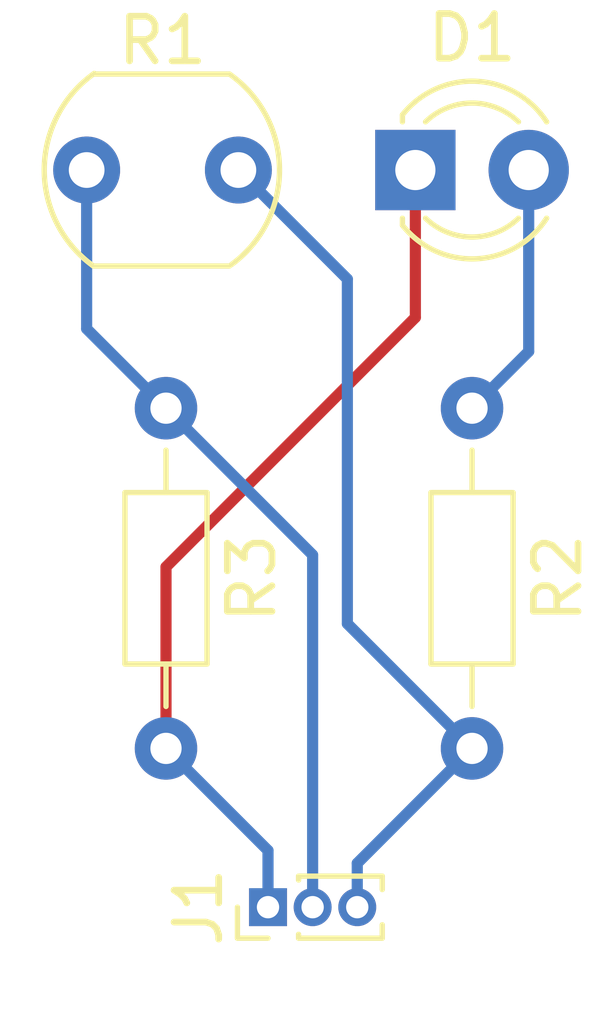
<source format=kicad_pcb>
(kicad_pcb (version 20171130) (host pcbnew "(5.1.10)-1")

  (general
    (thickness 1.6)
    (drawings 0)
    (tracks 20)
    (zones 0)
    (modules 5)
    (nets 5)
  )

  (page A4)
  (layers
    (0 F.Cu signal)
    (31 B.Cu signal)
    (32 B.Adhes user)
    (33 F.Adhes user)
    (34 B.Paste user)
    (35 F.Paste user)
    (36 B.SilkS user)
    (37 F.SilkS user)
    (38 B.Mask user)
    (39 F.Mask user)
    (40 Dwgs.User user)
    (41 Cmts.User user)
    (42 Eco1.User user)
    (43 Eco2.User user)
    (44 Edge.Cuts user)
    (45 Margin user)
    (46 B.CrtYd user)
    (47 F.CrtYd user)
    (48 B.Fab user)
    (49 F.Fab user)
  )

  (setup
    (last_trace_width 0.25)
    (trace_clearance 0.2)
    (zone_clearance 0.508)
    (zone_45_only no)
    (trace_min 0.2)
    (via_size 0.8)
    (via_drill 0.4)
    (via_min_size 0.4)
    (via_min_drill 0.3)
    (uvia_size 0.3)
    (uvia_drill 0.1)
    (uvias_allowed no)
    (uvia_min_size 0.2)
    (uvia_min_drill 0.1)
    (edge_width 0.05)
    (segment_width 0.2)
    (pcb_text_width 0.3)
    (pcb_text_size 1.5 1.5)
    (mod_edge_width 0.12)
    (mod_text_size 1 1)
    (mod_text_width 0.15)
    (pad_size 1.524 1.524)
    (pad_drill 0.762)
    (pad_to_mask_clearance 0)
    (aux_axis_origin 0 0)
    (visible_elements 7FFFFFFF)
    (pcbplotparams
      (layerselection 0x010fc_ffffffff)
      (usegerberextensions false)
      (usegerberattributes true)
      (usegerberadvancedattributes true)
      (creategerberjobfile true)
      (excludeedgelayer true)
      (linewidth 0.100000)
      (plotframeref false)
      (viasonmask false)
      (mode 1)
      (useauxorigin false)
      (hpglpennumber 1)
      (hpglpenspeed 20)
      (hpglpendiameter 15.000000)
      (psnegative false)
      (psa4output false)
      (plotreference true)
      (plotvalue true)
      (plotinvisibletext false)
      (padsonsilk false)
      (subtractmaskfromsilk false)
      (outputformat 1)
      (mirror false)
      (drillshape 1)
      (scaleselection 1)
      (outputdirectory ""))
  )

  (net 0 "")
  (net 1 "Net-(J1-Pad2)")
  (net 2 "Net-(J1-Pad3)")
  (net 3 "Net-(D1-Pad1)")
  (net 4 "Net-(D1-Pad2)")

  (net_class Default "This is the default net class."
    (clearance 0.2)
    (trace_width 0.25)
    (via_dia 0.8)
    (via_drill 0.4)
    (uvia_dia 0.3)
    (uvia_drill 0.1)
    (add_net "Net-(D1-Pad1)")
    (add_net "Net-(D1-Pad2)")
    (add_net "Net-(J1-Pad2)")
    (add_net "Net-(J1-Pad3)")
  )

  (module LED_THT:LED_D3.0mm_FlatTop (layer F.Cu) (tedit 5880A862) (tstamp 60B4B7EC)
    (at 137.922 55.372)
    (descr "LED, Round, FlatTop, diameter 3.0mm, 2 pins, http://www.kingbright.com/attachments/file/psearch/000/00/00/L-47XEC(Ver.9A).pdf")
    (tags "LED Round FlatTop diameter 3.0mm 2 pins")
    (path /60B4B360)
    (fp_text reference D1 (at 1.27 -2.96) (layer F.SilkS)
      (effects (font (size 1 1) (thickness 0.15)))
    )
    (fp_text value LED (at 1.27 2.96) (layer F.Fab)
      (effects (font (size 1 1) (thickness 0.15)))
    )
    (fp_circle (center 1.27 0) (end 2.77 0) (layer F.Fab) (width 0.1))
    (fp_line (start -0.23 -1.16619) (end -0.23 1.16619) (layer F.Fab) (width 0.1))
    (fp_line (start -0.29 -1.236) (end -0.29 -1.08) (layer F.SilkS) (width 0.12))
    (fp_line (start -0.29 1.08) (end -0.29 1.236) (layer F.SilkS) (width 0.12))
    (fp_line (start -1.15 -2.25) (end -1.15 2.25) (layer F.CrtYd) (width 0.05))
    (fp_line (start -1.15 2.25) (end 3.7 2.25) (layer F.CrtYd) (width 0.05))
    (fp_line (start 3.7 2.25) (end 3.7 -2.25) (layer F.CrtYd) (width 0.05))
    (fp_line (start 3.7 -2.25) (end -1.15 -2.25) (layer F.CrtYd) (width 0.05))
    (fp_arc (start 1.27 0) (end -0.23 -1.16619) (angle 284.3) (layer F.Fab) (width 0.1))
    (fp_arc (start 1.27 0) (end -0.29 -1.235516) (angle 108.8) (layer F.SilkS) (width 0.12))
    (fp_arc (start 1.27 0) (end -0.29 1.235516) (angle -108.8) (layer F.SilkS) (width 0.12))
    (fp_arc (start 1.27 0) (end 0.229039 -1.08) (angle 87.9) (layer F.SilkS) (width 0.12))
    (fp_arc (start 1.27 0) (end 0.229039 1.08) (angle -87.9) (layer F.SilkS) (width 0.12))
    (pad 1 thru_hole rect (at 0 0) (size 1.8 1.8) (drill 0.9) (layers *.Cu *.Mask)
      (net 3 "Net-(D1-Pad1)"))
    (pad 2 thru_hole circle (at 2.54 0) (size 1.8 1.8) (drill 0.9) (layers *.Cu *.Mask)
      (net 4 "Net-(D1-Pad2)"))
    (model ${KISYS3DMOD}/LED_THT.3dshapes/LED_D3.0mm_FlatTop.wrl
      (at (xyz 0 0 0))
      (scale (xyz 1 1 1))
      (rotate (xyz 0 0 0))
    )
  )

  (module OptoDevice:R_LDR_5.1x4.3mm_P3.4mm_Vertical (layer F.Cu) (tedit 5B8603DB) (tstamp 60B4AFE3)
    (at 130.556 55.372)
    (descr "Resistor, LDR 5.1x3.4mm, see http://yourduino.com/docs/Photoresistor-5516-datasheet.pdf")
    (tags "Resistor LDR5.1x3.4mm")
    (path /60B4C7F0)
    (fp_text reference R1 (at 1.7 -2.9) (layer F.SilkS)
      (effects (font (size 1 1) (thickness 0.15)))
    )
    (fp_text value LDR07 (at 1.5 3) (layer F.Fab)
      (effects (font (size 1 1) (thickness 0.15)))
    )
    (fp_line (start 0.15 2.15) (end 3.2 2.15) (layer F.SilkS) (width 0.12))
    (fp_line (start 0.15 -2.15) (end 3.2 -2.15) (layer F.SilkS) (width 0.12))
    (fp_line (start 1 0) (end 2.3 0) (layer F.Fab) (width 0.1))
    (fp_line (start 2.3 0) (end 2.3 -0.6) (layer F.Fab) (width 0.1))
    (fp_line (start 2.3 -0.6) (end 0.8 -0.6) (layer F.Fab) (width 0.1))
    (fp_line (start 2.6 0.6) (end 1 0.6) (layer F.Fab) (width 0.1))
    (fp_line (start 0.8 -1.8) (end 2.6 -1.8) (layer F.Fab) (width 0.1))
    (fp_line (start 2.6 -1.8) (end 2.6 -1.2) (layer F.Fab) (width 0.1))
    (fp_line (start 2.6 -1.2) (end 0.8 -1.2) (layer F.Fab) (width 0.1))
    (fp_line (start 0.8 -1.2) (end 0.8 -0.6) (layer F.Fab) (width 0.1))
    (fp_line (start 1 0) (end 1 0.6) (layer F.Fab) (width 0.1))
    (fp_line (start 2.6 0.6) (end 2.6 1.2) (layer F.Fab) (width 0.1))
    (fp_line (start 2.6 1.2) (end 0.8 1.2) (layer F.Fab) (width 0.1))
    (fp_line (start 0.8 1.2) (end 0.8 1.8) (layer F.Fab) (width 0.1))
    (fp_line (start 0.8 1.8) (end 2.6 1.8) (layer F.Fab) (width 0.1))
    (fp_line (start 3.2 2.1) (end 0.2 2.1) (layer F.Fab) (width 0.1))
    (fp_line (start 0.2 -2.1) (end 3.2 -2.1) (layer F.Fab) (width 0.1))
    (fp_line (start -1.13 -2.35) (end 4.53 -2.35) (layer F.CrtYd) (width 0.05))
    (fp_line (start -1.13 -2.35) (end -1.13 2.35) (layer F.CrtYd) (width 0.05))
    (fp_line (start 4.53 2.35) (end 4.53 -2.35) (layer F.CrtYd) (width 0.05))
    (fp_line (start 4.53 2.35) (end -1.13 2.35) (layer F.CrtYd) (width 0.05))
    (fp_text user %R (at 1.7 -2.9) (layer F.Fab)
      (effects (font (size 1 1) (thickness 0.15)))
    )
    (fp_arc (start 1.7 0) (end 0.15 2.15) (angle 109) (layer F.SilkS) (width 0.12))
    (fp_arc (start 1.7 0) (end 3.2 -2.15) (angle 109) (layer F.SilkS) (width 0.12))
    (fp_arc (start 1.7 0) (end 3.2 -2.1) (angle 109) (layer F.Fab) (width 0.1))
    (fp_arc (start 1.7 0) (end 0.2 2.1) (angle 109) (layer F.Fab) (width 0.1))
    (pad 1 thru_hole circle (at 0 0) (size 1.5 1.5) (drill 0.8) (layers *.Cu *.Mask)
      (net 1 "Net-(J1-Pad2)"))
    (pad 2 thru_hole circle (at 3.4 0) (size 1.5 1.5) (drill 0.8) (layers *.Cu *.Mask)
      (net 2 "Net-(J1-Pad3)"))
    (model ${KISYS3DMOD}/OptoDevice.3dshapes/R_LDR_5.1x4.3mm_P3.4mm_Vertical.wrl
      (at (xyz 0 0 0))
      (scale (xyz 1 1 1))
      (rotate (xyz 0 0 0))
    )
  )

  (module Connector_PinHeader_1.00mm:PinHeader_1x03_P1.00mm_Vertical (layer F.Cu) (tedit 59FED738) (tstamp 60B4B805)
    (at 134.62 71.882 90)
    (descr "Through hole straight pin header, 1x03, 1.00mm pitch, single row")
    (tags "Through hole pin header THT 1x03 1.00mm single row")
    (path /60B4D151)
    (fp_text reference J1 (at 0 -1.56 90) (layer F.SilkS)
      (effects (font (size 1 1) (thickness 0.15)))
    )
    (fp_text value Conn_01x03_Male (at -1.778 0.762 180) (layer F.Fab)
      (effects (font (size 1 1) (thickness 0.15)))
    )
    (fp_line (start -0.3175 -0.5) (end 0.635 -0.5) (layer F.Fab) (width 0.1))
    (fp_line (start 0.635 -0.5) (end 0.635 2.5) (layer F.Fab) (width 0.1))
    (fp_line (start 0.635 2.5) (end -0.635 2.5) (layer F.Fab) (width 0.1))
    (fp_line (start -0.635 2.5) (end -0.635 -0.1825) (layer F.Fab) (width 0.1))
    (fp_line (start -0.635 -0.1825) (end -0.3175 -0.5) (layer F.Fab) (width 0.1))
    (fp_line (start -0.695 2.56) (end -0.394493 2.56) (layer F.SilkS) (width 0.12))
    (fp_line (start 0.394493 2.56) (end 0.695 2.56) (layer F.SilkS) (width 0.12))
    (fp_line (start -0.695 0.685) (end -0.695 2.56) (layer F.SilkS) (width 0.12))
    (fp_line (start 0.695 0.685) (end 0.695 2.56) (layer F.SilkS) (width 0.12))
    (fp_line (start -0.695 0.685) (end -0.608276 0.685) (layer F.SilkS) (width 0.12))
    (fp_line (start 0.608276 0.685) (end 0.695 0.685) (layer F.SilkS) (width 0.12))
    (fp_line (start -0.695 0) (end -0.695 -0.685) (layer F.SilkS) (width 0.12))
    (fp_line (start -0.695 -0.685) (end 0 -0.685) (layer F.SilkS) (width 0.12))
    (fp_line (start -1.15 -1) (end -1.15 3) (layer F.CrtYd) (width 0.05))
    (fp_line (start -1.15 3) (end 1.15 3) (layer F.CrtYd) (width 0.05))
    (fp_line (start 1.15 3) (end 1.15 -1) (layer F.CrtYd) (width 0.05))
    (fp_line (start 1.15 -1) (end -1.15 -1) (layer F.CrtYd) (width 0.05))
    (fp_text user %R (at 0 1) (layer F.Fab)
      (effects (font (size 0.76 0.76) (thickness 0.114)))
    )
    (pad 1 thru_hole rect (at 0 0 90) (size 0.85 0.85) (drill 0.5) (layers *.Cu *.Mask)
      (net 3 "Net-(D1-Pad1)"))
    (pad 2 thru_hole oval (at 0 1 90) (size 0.85 0.85) (drill 0.5) (layers *.Cu *.Mask)
      (net 1 "Net-(J1-Pad2)"))
    (pad 3 thru_hole oval (at 0 2 90) (size 0.85 0.85) (drill 0.5) (layers *.Cu *.Mask)
      (net 2 "Net-(J1-Pad3)"))
    (model ${KISYS3DMOD}/Connector_PinHeader_1.00mm.3dshapes/PinHeader_1x03_P1.00mm_Vertical.wrl
      (at (xyz 0 0 0))
      (scale (xyz 1 1 1))
      (rotate (xyz 0 0 0))
    )
  )

  (module Resistor_THT:R_Axial_DIN0204_L3.6mm_D1.6mm_P7.62mm_Horizontal (layer F.Cu) (tedit 5AE5139B) (tstamp 60B4B81C)
    (at 139.192 60.706 270)
    (descr "Resistor, Axial_DIN0204 series, Axial, Horizontal, pin pitch=7.62mm, 0.167W, length*diameter=3.6*1.6mm^2, http://cdn-reichelt.de/documents/datenblatt/B400/1_4W%23YAG.pdf")
    (tags "Resistor Axial_DIN0204 series Axial Horizontal pin pitch 7.62mm 0.167W length 3.6mm diameter 1.6mm")
    (path /60B4B9A6)
    (fp_text reference R2 (at 3.81 -1.92 90) (layer F.SilkS)
      (effects (font (size 1 1) (thickness 0.15)))
    )
    (fp_text value 1K (at 3.81 1.92 90) (layer F.Fab)
      (effects (font (size 1 1) (thickness 0.15)))
    )
    (fp_line (start 2.01 -0.8) (end 2.01 0.8) (layer F.Fab) (width 0.1))
    (fp_line (start 2.01 0.8) (end 5.61 0.8) (layer F.Fab) (width 0.1))
    (fp_line (start 5.61 0.8) (end 5.61 -0.8) (layer F.Fab) (width 0.1))
    (fp_line (start 5.61 -0.8) (end 2.01 -0.8) (layer F.Fab) (width 0.1))
    (fp_line (start 0 0) (end 2.01 0) (layer F.Fab) (width 0.1))
    (fp_line (start 7.62 0) (end 5.61 0) (layer F.Fab) (width 0.1))
    (fp_line (start 1.89 -0.92) (end 1.89 0.92) (layer F.SilkS) (width 0.12))
    (fp_line (start 1.89 0.92) (end 5.73 0.92) (layer F.SilkS) (width 0.12))
    (fp_line (start 5.73 0.92) (end 5.73 -0.92) (layer F.SilkS) (width 0.12))
    (fp_line (start 5.73 -0.92) (end 1.89 -0.92) (layer F.SilkS) (width 0.12))
    (fp_line (start 0.94 0) (end 1.89 0) (layer F.SilkS) (width 0.12))
    (fp_line (start 6.68 0) (end 5.73 0) (layer F.SilkS) (width 0.12))
    (fp_line (start -0.95 -1.05) (end -0.95 1.05) (layer F.CrtYd) (width 0.05))
    (fp_line (start -0.95 1.05) (end 8.57 1.05) (layer F.CrtYd) (width 0.05))
    (fp_line (start 8.57 1.05) (end 8.57 -1.05) (layer F.CrtYd) (width 0.05))
    (fp_line (start 8.57 -1.05) (end -0.95 -1.05) (layer F.CrtYd) (width 0.05))
    (fp_text user %R (at 3.556 0 90) (layer F.Fab)
      (effects (font (size 0.72 0.72) (thickness 0.108)))
    )
    (pad 1 thru_hole circle (at 0 0 270) (size 1.4 1.4) (drill 0.7) (layers *.Cu *.Mask)
      (net 4 "Net-(D1-Pad2)"))
    (pad 2 thru_hole oval (at 7.62 0 270) (size 1.4 1.4) (drill 0.7) (layers *.Cu *.Mask)
      (net 2 "Net-(J1-Pad3)"))
    (model ${KISYS3DMOD}/Resistor_THT.3dshapes/R_Axial_DIN0204_L3.6mm_D1.6mm_P7.62mm_Horizontal.wrl
      (at (xyz 0 0 0))
      (scale (xyz 1 1 1))
      (rotate (xyz 0 0 0))
    )
  )

  (module Resistor_THT:R_Axial_DIN0204_L3.6mm_D1.6mm_P7.62mm_Horizontal (layer F.Cu) (tedit 5AE5139B) (tstamp 60B4B833)
    (at 132.334 60.706 270)
    (descr "Resistor, Axial_DIN0204 series, Axial, Horizontal, pin pitch=7.62mm, 0.167W, length*diameter=3.6*1.6mm^2, http://cdn-reichelt.de/documents/datenblatt/B400/1_4W%23YAG.pdf")
    (tags "Resistor Axial_DIN0204 series Axial Horizontal pin pitch 7.62mm 0.167W length 3.6mm diameter 1.6mm")
    (path /60B4C29F)
    (fp_text reference R3 (at 3.81 -1.92 90) (layer F.SilkS)
      (effects (font (size 1 1) (thickness 0.15)))
    )
    (fp_text value 10k (at 3.81 1.92 90) (layer F.Fab)
      (effects (font (size 1 1) (thickness 0.15)))
    )
    (fp_line (start 8.57 -1.05) (end -0.95 -1.05) (layer F.CrtYd) (width 0.05))
    (fp_line (start 8.57 1.05) (end 8.57 -1.05) (layer F.CrtYd) (width 0.05))
    (fp_line (start -0.95 1.05) (end 8.57 1.05) (layer F.CrtYd) (width 0.05))
    (fp_line (start -0.95 -1.05) (end -0.95 1.05) (layer F.CrtYd) (width 0.05))
    (fp_line (start 6.68 0) (end 5.73 0) (layer F.SilkS) (width 0.12))
    (fp_line (start 0.94 0) (end 1.89 0) (layer F.SilkS) (width 0.12))
    (fp_line (start 5.73 -0.92) (end 1.89 -0.92) (layer F.SilkS) (width 0.12))
    (fp_line (start 5.73 0.92) (end 5.73 -0.92) (layer F.SilkS) (width 0.12))
    (fp_line (start 1.89 0.92) (end 5.73 0.92) (layer F.SilkS) (width 0.12))
    (fp_line (start 1.89 -0.92) (end 1.89 0.92) (layer F.SilkS) (width 0.12))
    (fp_line (start 7.62 0) (end 5.61 0) (layer F.Fab) (width 0.1))
    (fp_line (start 0 0) (end 2.01 0) (layer F.Fab) (width 0.1))
    (fp_line (start 5.61 -0.8) (end 2.01 -0.8) (layer F.Fab) (width 0.1))
    (fp_line (start 5.61 0.8) (end 5.61 -0.8) (layer F.Fab) (width 0.1))
    (fp_line (start 2.01 0.8) (end 5.61 0.8) (layer F.Fab) (width 0.1))
    (fp_line (start 2.01 -0.8) (end 2.01 0.8) (layer F.Fab) (width 0.1))
    (fp_text user %R (at 3.81 0 90) (layer F.Fab)
      (effects (font (size 0.72 0.72) (thickness 0.108)))
    )
    (pad 2 thru_hole oval (at 7.62 0 270) (size 1.4 1.4) (drill 0.7) (layers *.Cu *.Mask)
      (net 3 "Net-(D1-Pad1)"))
    (pad 1 thru_hole circle (at 0 0 270) (size 1.4 1.4) (drill 0.7) (layers *.Cu *.Mask)
      (net 1 "Net-(J1-Pad2)"))
    (model ${KISYS3DMOD}/Resistor_THT.3dshapes/R_Axial_DIN0204_L3.6mm_D1.6mm_P7.62mm_Horizontal.wrl
      (at (xyz 0 0 0))
      (scale (xyz 1 1 1))
      (rotate (xyz 0 0 0))
    )
  )

  (segment (start 132.588 60.706) (end 132.334 60.706) (width 0.25) (layer F.Cu) (net 1))
  (segment (start 132.334 60.706) (end 130.556 58.928) (width 0.25) (layer B.Cu) (net 1))
  (segment (start 130.556 58.928) (end 130.556 55.372) (width 0.25) (layer B.Cu) (net 1))
  (segment (start 135.62 63.992) (end 132.334 60.706) (width 0.25) (layer B.Cu) (net 1))
  (segment (start 135.62 71.898) (end 135.62 64.008) (width 0.25) (layer B.Cu) (net 1))
  (segment (start 134.112 55.372) (end 133.956 55.372) (width 0.25) (layer F.Cu) (net 2))
  (segment (start 139.446 68.326) (end 139.192 68.326) (width 0.25) (layer B.Cu) (net 2))
  (segment (start 136.62 70.898) (end 136.62 71.882) (width 0.25) (layer B.Cu) (net 2))
  (segment (start 139.192 68.326) (end 136.62 70.898) (width 0.25) (layer B.Cu) (net 2))
  (segment (start 133.956 55.372) (end 136.398 57.814) (width 0.25) (layer B.Cu) (net 2))
  (segment (start 136.398 65.532) (end 139.192 68.326) (width 0.25) (layer B.Cu) (net 2))
  (segment (start 136.398 57.814) (end 136.398 65.532) (width 0.25) (layer B.Cu) (net 2))
  (segment (start 134.62 70.612) (end 132.334 68.326) (width 0.25) (layer B.Cu) (net 3))
  (segment (start 134.62 71.882) (end 134.62 70.612) (width 0.25) (layer B.Cu) (net 3))
  (segment (start 132.334 68.326) (end 132.334 64.262) (width 0.25) (layer F.Cu) (net 3))
  (segment (start 137.922 58.674) (end 137.922 55.372) (width 0.25) (layer F.Cu) (net 3))
  (segment (start 132.334 64.262) (end 137.922 58.674) (width 0.25) (layer F.Cu) (net 3))
  (segment (start 140.716 55.626) (end 140.462 55.372) (width 0.25) (layer F.Cu) (net 4))
  (segment (start 139.192 60.706) (end 140.462 59.436) (width 0.25) (layer B.Cu) (net 4))
  (segment (start 140.462 59.436) (end 140.462 55.372) (width 0.25) (layer B.Cu) (net 4))

)

</source>
